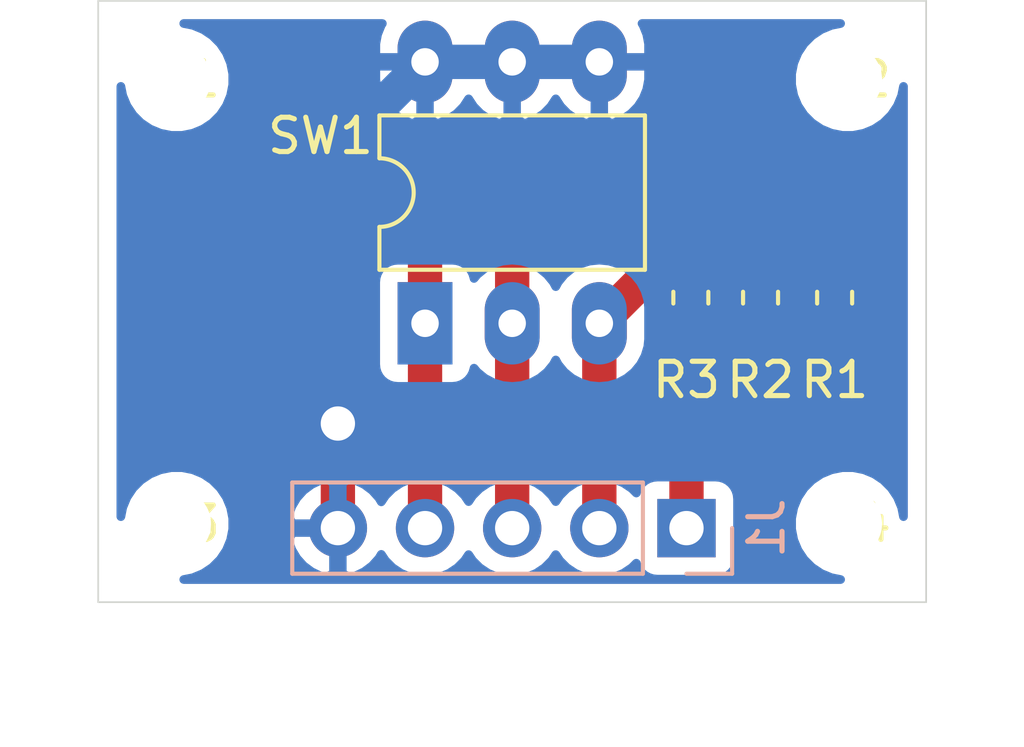
<source format=kicad_pcb>
(kicad_pcb (version 20171130) (host pcbnew "(5.1.5)-3")

  (general
    (thickness 1.6)
    (drawings 5)
    (tracks 25)
    (zones 0)
    (modules 9)
    (nets 6)
  )

  (page A4)
  (layers
    (0 F.Cu signal)
    (31 B.Cu signal)
    (32 B.Adhes user)
    (33 F.Adhes user)
    (34 B.Paste user)
    (35 F.Paste user)
    (36 B.SilkS user)
    (37 F.SilkS user)
    (38 B.Mask user)
    (39 F.Mask user)
    (40 Dwgs.User user)
    (41 Cmts.User user)
    (42 Eco1.User user)
    (43 Eco2.User user)
    (44 Edge.Cuts user)
    (45 Margin user)
    (46 B.CrtYd user)
    (47 F.CrtYd user)
    (48 B.Fab user)
    (49 F.Fab user)
  )

  (setup
    (last_trace_width 1)
    (trace_clearance 0.5)
    (zone_clearance 0.508)
    (zone_45_only no)
    (trace_min 0.2)
    (via_size 2.2)
    (via_drill 1)
    (via_min_size 0.4)
    (via_min_drill 0.3)
    (uvia_size 0.3)
    (uvia_drill 0.1)
    (uvias_allowed no)
    (uvia_min_size 0.2)
    (uvia_min_drill 0.1)
    (edge_width 0.05)
    (segment_width 0.2)
    (pcb_text_width 0.3)
    (pcb_text_size 1.5 1.5)
    (mod_edge_width 0.12)
    (mod_text_size 1 1)
    (mod_text_width 0.15)
    (pad_size 1.524 1.524)
    (pad_drill 0.762)
    (pad_to_mask_clearance 0.051)
    (solder_mask_min_width 0.25)
    (aux_axis_origin 0 0)
    (visible_elements 7FFFFFFF)
    (pcbplotparams
      (layerselection 0x010fc_ffffffff)
      (usegerberextensions false)
      (usegerberattributes false)
      (usegerberadvancedattributes false)
      (creategerberjobfile false)
      (excludeedgelayer true)
      (linewidth 0.100000)
      (plotframeref false)
      (viasonmask false)
      (mode 1)
      (useauxorigin false)
      (hpglpennumber 1)
      (hpglpenspeed 20)
      (hpglpendiameter 15.000000)
      (psnegative false)
      (psa4output false)
      (plotreference true)
      (plotvalue true)
      (plotinvisibletext false)
      (padsonsilk false)
      (subtractmaskfromsilk false)
      (outputformat 1)
      (mirror false)
      (drillshape 0)
      (scaleselection 1)
      (outputdirectory "gerber/"))
  )

  (net 0 "")
  (net 1 +5V)
  (net 2 /SW1)
  (net 3 /SW2)
  (net 4 /SW3)
  (net 5 GND)

  (net_class Default "This is the default net class."
    (clearance 0.5)
    (trace_width 1)
    (via_dia 2.2)
    (via_drill 1)
    (uvia_dia 0.3)
    (uvia_drill 0.1)
    (add_net +5V)
    (add_net /SW1)
    (add_net /SW2)
    (add_net /SW3)
    (add_net GND)
  )

  (module Resistor_SMD:R_0603_1608Metric_Pad1.05x0.95mm_HandSolder (layer F.Cu) (tedit 5B301BBD) (tstamp 5E12ABAA)
    (at 164.592 91.708 270)
    (descr "Resistor SMD 0603 (1608 Metric), square (rectangular) end terminal, IPC_7351 nominal with elongated pad for handsoldering. (Body size source: http://www.tortai-tech.com/upload/download/2011102023233369053.pdf), generated with kicad-footprint-generator")
    (tags "resistor handsolder")
    (path /5E1B8833)
    (attr smd)
    (fp_text reference R3 (at 2.399 0.127) (layer F.SilkS)
      (effects (font (size 1 1) (thickness 0.15)))
    )
    (fp_text value 1K (at 0 1.43 270) (layer F.Fab)
      (effects (font (size 1 1) (thickness 0.15)))
    )
    (fp_line (start -0.8 0.4) (end -0.8 -0.4) (layer F.Fab) (width 0.1))
    (fp_line (start -0.8 -0.4) (end 0.8 -0.4) (layer F.Fab) (width 0.1))
    (fp_line (start 0.8 -0.4) (end 0.8 0.4) (layer F.Fab) (width 0.1))
    (fp_line (start 0.8 0.4) (end -0.8 0.4) (layer F.Fab) (width 0.1))
    (fp_line (start -0.171267 -0.51) (end 0.171267 -0.51) (layer F.SilkS) (width 0.12))
    (fp_line (start -0.171267 0.51) (end 0.171267 0.51) (layer F.SilkS) (width 0.12))
    (fp_line (start -1.65 0.73) (end -1.65 -0.73) (layer F.CrtYd) (width 0.05))
    (fp_line (start -1.65 -0.73) (end 1.65 -0.73) (layer F.CrtYd) (width 0.05))
    (fp_line (start 1.65 -0.73) (end 1.65 0.73) (layer F.CrtYd) (width 0.05))
    (fp_line (start 1.65 0.73) (end -1.65 0.73) (layer F.CrtYd) (width 0.05))
    (fp_text user %R (at 0 0 270) (layer F.Fab)
      (effects (font (size 0.4 0.4) (thickness 0.06)))
    )
    (pad 1 smd roundrect (at -0.875 0 270) (size 1.05 0.95) (layers F.Cu F.Paste F.Mask) (roundrect_rratio 0.25)
      (net 4 /SW3))
    (pad 2 smd roundrect (at 0.875 0 270) (size 1.05 0.95) (layers F.Cu F.Paste F.Mask) (roundrect_rratio 0.25)
      (net 1 +5V))
    (model ${KISYS3DMOD}/Resistor_SMD.3dshapes/R_0603_1608Metric.wrl
      (at (xyz 0 0 0))
      (scale (xyz 1 1 1))
      (rotate (xyz 0 0 0))
    )
  )

  (module MountingHole:MountingHole_2mm (layer F.Cu) (tedit 5B924920) (tstamp 5E124408)
    (at 149.606 85.344)
    (descr "Mounting Hole 2mm, no annular")
    (tags "mounting hole 2mm no annular")
    (path /5E1BE700)
    (attr virtual)
    (fp_text reference H1 (at 0.254 0) (layer F.SilkS)
      (effects (font (size 1 1) (thickness 0.15)))
    )
    (fp_text value MountingHole (at 0 3.1) (layer F.Fab)
      (effects (font (size 1 1) (thickness 0.15)))
    )
    (fp_text user %R (at 0.3 0) (layer F.Fab)
      (effects (font (size 1 1) (thickness 0.15)))
    )
    (fp_circle (center 0 0) (end 2 0) (layer Cmts.User) (width 0.15))
    (fp_circle (center 0 0) (end 2.25 0) (layer F.CrtYd) (width 0.05))
    (pad "" np_thru_hole circle (at 0 0) (size 2 2) (drill 2) (layers *.Cu *.Mask))
  )

  (module MountingHole:MountingHole_2mm (layer F.Cu) (tedit 5B924920) (tstamp 5E124410)
    (at 169.164 85.344)
    (descr "Mounting Hole 2mm, no annular")
    (tags "mounting hole 2mm no annular")
    (path /5E1BF6EA)
    (attr virtual)
    (fp_text reference H2 (at 0.254 0) (layer F.SilkS)
      (effects (font (size 1 1) (thickness 0.15)))
    )
    (fp_text value MountingHole (at 0 3.1) (layer F.Fab)
      (effects (font (size 1 1) (thickness 0.15)))
    )
    (fp_text user %R (at 0.3 0) (layer F.Fab)
      (effects (font (size 1 1) (thickness 0.15)))
    )
    (fp_circle (center 0 0) (end 2 0) (layer Cmts.User) (width 0.15))
    (fp_circle (center 0 0) (end 2.25 0) (layer F.CrtYd) (width 0.05))
    (pad "" np_thru_hole circle (at 0 0) (size 2 2) (drill 2) (layers *.Cu *.Mask))
  )

  (module MountingHole:MountingHole_2mm (layer F.Cu) (tedit 5B924920) (tstamp 5E124418)
    (at 149.606 98.298)
    (descr "Mounting Hole 2mm, no annular")
    (tags "mounting hole 2mm no annular")
    (path /5E1BF35D)
    (attr virtual)
    (fp_text reference H3 (at 0.254 0) (layer F.SilkS)
      (effects (font (size 1 1) (thickness 0.15)))
    )
    (fp_text value MountingHole (at 0 3.1) (layer F.Fab)
      (effects (font (size 1 1) (thickness 0.15)))
    )
    (fp_circle (center 0 0) (end 2.25 0) (layer F.CrtYd) (width 0.05))
    (fp_circle (center 0 0) (end 2 0) (layer Cmts.User) (width 0.15))
    (fp_text user %R (at 0.3 0) (layer F.Fab)
      (effects (font (size 1 1) (thickness 0.15)))
    )
    (pad "" np_thru_hole circle (at 0 0) (size 2 2) (drill 2) (layers *.Cu *.Mask))
  )

  (module MountingHole:MountingHole_2mm (layer F.Cu) (tedit 5B924920) (tstamp 5E124420)
    (at 169.164 98.298)
    (descr "Mounting Hole 2mm, no annular")
    (tags "mounting hole 2mm no annular")
    (path /5E1BFA92)
    (attr virtual)
    (fp_text reference H4 (at 0.254 0) (layer F.SilkS)
      (effects (font (size 1 1) (thickness 0.15)))
    )
    (fp_text value MountingHole (at -0.762 4.064) (layer F.Fab)
      (effects (font (size 1 1) (thickness 0.15)))
    )
    (fp_circle (center 0 0) (end 2.25 0) (layer F.CrtYd) (width 0.05))
    (fp_circle (center 0 0) (end 2 0) (layer Cmts.User) (width 0.15))
    (fp_text user %R (at 0.3 0) (layer F.Fab)
      (effects (font (size 1 1) (thickness 0.15)))
    )
    (pad "" np_thru_hole circle (at 0 0) (size 2 2) (drill 2) (layers *.Cu *.Mask))
  )

  (module Connector_PinHeader_2.54mm:PinHeader_1x05_P2.54mm_Vertical (layer B.Cu) (tedit 59FED5CC) (tstamp 5E124439)
    (at 164.465 98.425 90)
    (descr "Through hole straight pin header, 1x05, 2.54mm pitch, single row")
    (tags "Through hole pin header THT 1x05 2.54mm single row")
    (path /5E1B4AC5)
    (fp_text reference J1 (at 0 2.33 270) (layer B.SilkS)
      (effects (font (size 1 1) (thickness 0.15)) (justify mirror))
    )
    (fp_text value PINOUT (at 0 -12.49 270) (layer B.Fab)
      (effects (font (size 1 1) (thickness 0.15)) (justify mirror))
    )
    (fp_line (start -0.635 1.27) (end 1.27 1.27) (layer B.Fab) (width 0.1))
    (fp_line (start 1.27 1.27) (end 1.27 -11.43) (layer B.Fab) (width 0.1))
    (fp_line (start 1.27 -11.43) (end -1.27 -11.43) (layer B.Fab) (width 0.1))
    (fp_line (start -1.27 -11.43) (end -1.27 0.635) (layer B.Fab) (width 0.1))
    (fp_line (start -1.27 0.635) (end -0.635 1.27) (layer B.Fab) (width 0.1))
    (fp_line (start -1.33 -11.49) (end 1.33 -11.49) (layer B.SilkS) (width 0.12))
    (fp_line (start -1.33 -1.27) (end -1.33 -11.49) (layer B.SilkS) (width 0.12))
    (fp_line (start 1.33 -1.27) (end 1.33 -11.49) (layer B.SilkS) (width 0.12))
    (fp_line (start -1.33 -1.27) (end 1.33 -1.27) (layer B.SilkS) (width 0.12))
    (fp_line (start -1.33 0) (end -1.33 1.33) (layer B.SilkS) (width 0.12))
    (fp_line (start -1.33 1.33) (end 0 1.33) (layer B.SilkS) (width 0.12))
    (fp_line (start -1.8 1.8) (end -1.8 -11.95) (layer B.CrtYd) (width 0.05))
    (fp_line (start -1.8 -11.95) (end 1.8 -11.95) (layer B.CrtYd) (width 0.05))
    (fp_line (start 1.8 -11.95) (end 1.8 1.8) (layer B.CrtYd) (width 0.05))
    (fp_line (start 1.8 1.8) (end -1.8 1.8) (layer B.CrtYd) (width 0.05))
    (fp_text user %R (at 0 -5.08) (layer B.Fab)
      (effects (font (size 1 1) (thickness 0.15)) (justify mirror))
    )
    (pad 1 thru_hole rect (at 0 0 90) (size 1.7 1.7) (drill 1) (layers *.Cu *.Mask)
      (net 1 +5V))
    (pad 2 thru_hole oval (at 0 -2.54 90) (size 1.7 1.7) (drill 1) (layers *.Cu *.Mask)
      (net 4 /SW3))
    (pad 3 thru_hole oval (at 0 -5.08 90) (size 1.7 1.7) (drill 1) (layers *.Cu *.Mask)
      (net 3 /SW2))
    (pad 4 thru_hole oval (at 0 -7.62 90) (size 1.7 1.7) (drill 1) (layers *.Cu *.Mask)
      (net 2 /SW1))
    (pad 5 thru_hole oval (at 0 -10.16 90) (size 1.7 1.7) (drill 1) (layers *.Cu *.Mask)
      (net 5 GND))
    (model ${KISYS3DMOD}/Connector_PinHeader_2.54mm.3dshapes/PinHeader_1x05_P2.54mm_Vertical.wrl
      (at (xyz 0 0 0))
      (scale (xyz 1 1 1))
      (rotate (xyz 0 0 0))
    )
  )

  (module Package_DIP:DIP-6_W7.62mm_LongPads (layer F.Cu) (tedit 5A02E8C5) (tstamp 5E124480)
    (at 156.845 92.456 90)
    (descr "6-lead though-hole mounted DIP package, row spacing 7.62 mm (300 mils), LongPads")
    (tags "THT DIP DIL PDIP 2.54mm 7.62mm 300mil LongPads")
    (path /5E1B7063)
    (fp_text reference SW1 (at 5.461 -3.048 180) (layer F.SilkS)
      (effects (font (size 1 1) (thickness 0.15)))
    )
    (fp_text value SW_DIP_x03 (at 3.81 7.41 90) (layer F.Fab)
      (effects (font (size 1 1) (thickness 0.15)))
    )
    (fp_arc (start 3.81 -1.33) (end 2.81 -1.33) (angle -180) (layer F.SilkS) (width 0.12))
    (fp_line (start 1.635 -1.27) (end 6.985 -1.27) (layer F.Fab) (width 0.1))
    (fp_line (start 6.985 -1.27) (end 6.985 6.35) (layer F.Fab) (width 0.1))
    (fp_line (start 6.985 6.35) (end 0.635 6.35) (layer F.Fab) (width 0.1))
    (fp_line (start 0.635 6.35) (end 0.635 -0.27) (layer F.Fab) (width 0.1))
    (fp_line (start 0.635 -0.27) (end 1.635 -1.27) (layer F.Fab) (width 0.1))
    (fp_line (start 2.81 -1.33) (end 1.56 -1.33) (layer F.SilkS) (width 0.12))
    (fp_line (start 1.56 -1.33) (end 1.56 6.41) (layer F.SilkS) (width 0.12))
    (fp_line (start 1.56 6.41) (end 6.06 6.41) (layer F.SilkS) (width 0.12))
    (fp_line (start 6.06 6.41) (end 6.06 -1.33) (layer F.SilkS) (width 0.12))
    (fp_line (start 6.06 -1.33) (end 4.81 -1.33) (layer F.SilkS) (width 0.12))
    (fp_line (start -1.45 -1.55) (end -1.45 6.6) (layer F.CrtYd) (width 0.05))
    (fp_line (start -1.45 6.6) (end 9.1 6.6) (layer F.CrtYd) (width 0.05))
    (fp_line (start 9.1 6.6) (end 9.1 -1.55) (layer F.CrtYd) (width 0.05))
    (fp_line (start 9.1 -1.55) (end -1.45 -1.55) (layer F.CrtYd) (width 0.05))
    (fp_text user %R (at 3.81 2.54 90) (layer F.Fab)
      (effects (font (size 1 1) (thickness 0.15)))
    )
    (pad 1 thru_hole rect (at 0 0 90) (size 2.4 1.6) (drill 0.8) (layers *.Cu *.Mask)
      (net 2 /SW1))
    (pad 4 thru_hole oval (at 7.62 5.08 90) (size 2.4 1.6) (drill 0.8) (layers *.Cu *.Mask)
      (net 5 GND))
    (pad 2 thru_hole oval (at 0 2.54 90) (size 2.4 1.6) (drill 0.8) (layers *.Cu *.Mask)
      (net 3 /SW2))
    (pad 5 thru_hole oval (at 7.62 2.54 90) (size 2.4 1.6) (drill 0.8) (layers *.Cu *.Mask)
      (net 5 GND))
    (pad 3 thru_hole oval (at 0 5.08 90) (size 2.4 1.6) (drill 0.8) (layers *.Cu *.Mask)
      (net 4 /SW3))
    (pad 6 thru_hole oval (at 7.62 0 90) (size 2.4 1.6) (drill 0.8) (layers *.Cu *.Mask)
      (net 5 GND))
    (model ${KISYS3DMOD}/Package_DIP.3dshapes/DIP-6_W7.62mm.wrl
      (at (xyz 0 0 0))
      (scale (xyz 1 1 1))
      (rotate (xyz 0 0 0))
    )
  )

  (module Resistor_SMD:R_0603_1608Metric_Pad1.05x0.95mm_HandSolder (layer F.Cu) (tedit 5B301BBD) (tstamp 5E12AB8A)
    (at 168.783 91.708 270)
    (descr "Resistor SMD 0603 (1608 Metric), square (rectangular) end terminal, IPC_7351 nominal with elongated pad for handsoldering. (Body size source: http://www.tortai-tech.com/upload/download/2011102023233369053.pdf), generated with kicad-footprint-generator")
    (tags "resistor handsolder")
    (path /5E1B7BCA)
    (attr smd)
    (fp_text reference R1 (at 2.399 0) (layer F.SilkS)
      (effects (font (size 1 1) (thickness 0.15)))
    )
    (fp_text value 1K (at 0 1.43 270) (layer F.Fab)
      (effects (font (size 1 1) (thickness 0.15)))
    )
    (fp_line (start -0.8 0.4) (end -0.8 -0.4) (layer F.Fab) (width 0.1))
    (fp_line (start -0.8 -0.4) (end 0.8 -0.4) (layer F.Fab) (width 0.1))
    (fp_line (start 0.8 -0.4) (end 0.8 0.4) (layer F.Fab) (width 0.1))
    (fp_line (start 0.8 0.4) (end -0.8 0.4) (layer F.Fab) (width 0.1))
    (fp_line (start -0.171267 -0.51) (end 0.171267 -0.51) (layer F.SilkS) (width 0.12))
    (fp_line (start -0.171267 0.51) (end 0.171267 0.51) (layer F.SilkS) (width 0.12))
    (fp_line (start -1.65 0.73) (end -1.65 -0.73) (layer F.CrtYd) (width 0.05))
    (fp_line (start -1.65 -0.73) (end 1.65 -0.73) (layer F.CrtYd) (width 0.05))
    (fp_line (start 1.65 -0.73) (end 1.65 0.73) (layer F.CrtYd) (width 0.05))
    (fp_line (start 1.65 0.73) (end -1.65 0.73) (layer F.CrtYd) (width 0.05))
    (fp_text user %R (at 0 0 270) (layer F.Fab)
      (effects (font (size 0.4 0.4) (thickness 0.06)))
    )
    (pad 1 smd roundrect (at -0.875 0 270) (size 1.05 0.95) (layers F.Cu F.Paste F.Mask) (roundrect_rratio 0.25)
      (net 2 /SW1))
    (pad 2 smd roundrect (at 0.875 0 270) (size 1.05 0.95) (layers F.Cu F.Paste F.Mask) (roundrect_rratio 0.25)
      (net 1 +5V))
    (model ${KISYS3DMOD}/Resistor_SMD.3dshapes/R_0603_1608Metric.wrl
      (at (xyz 0 0 0))
      (scale (xyz 1 1 1))
      (rotate (xyz 0 0 0))
    )
  )

  (module Resistor_SMD:R_0603_1608Metric_Pad1.05x0.95mm_HandSolder (layer F.Cu) (tedit 5B301BBD) (tstamp 5E12AB9A)
    (at 166.624 91.708 270)
    (descr "Resistor SMD 0603 (1608 Metric), square (rectangular) end terminal, IPC_7351 nominal with elongated pad for handsoldering. (Body size source: http://www.tortai-tech.com/upload/download/2011102023233369053.pdf), generated with kicad-footprint-generator")
    (tags "resistor handsolder")
    (path /5E1B8671)
    (attr smd)
    (fp_text reference R2 (at 2.399 0) (layer F.SilkS)
      (effects (font (size 1 1) (thickness 0.15)))
    )
    (fp_text value 1K (at 0 1.43 270) (layer F.Fab)
      (effects (font (size 1 1) (thickness 0.15)))
    )
    (fp_text user %R (at 0 0 270) (layer F.Fab)
      (effects (font (size 0.4 0.4) (thickness 0.06)))
    )
    (fp_line (start 1.65 0.73) (end -1.65 0.73) (layer F.CrtYd) (width 0.05))
    (fp_line (start 1.65 -0.73) (end 1.65 0.73) (layer F.CrtYd) (width 0.05))
    (fp_line (start -1.65 -0.73) (end 1.65 -0.73) (layer F.CrtYd) (width 0.05))
    (fp_line (start -1.65 0.73) (end -1.65 -0.73) (layer F.CrtYd) (width 0.05))
    (fp_line (start -0.171267 0.51) (end 0.171267 0.51) (layer F.SilkS) (width 0.12))
    (fp_line (start -0.171267 -0.51) (end 0.171267 -0.51) (layer F.SilkS) (width 0.12))
    (fp_line (start 0.8 0.4) (end -0.8 0.4) (layer F.Fab) (width 0.1))
    (fp_line (start 0.8 -0.4) (end 0.8 0.4) (layer F.Fab) (width 0.1))
    (fp_line (start -0.8 -0.4) (end 0.8 -0.4) (layer F.Fab) (width 0.1))
    (fp_line (start -0.8 0.4) (end -0.8 -0.4) (layer F.Fab) (width 0.1))
    (pad 2 smd roundrect (at 0.875 0 270) (size 1.05 0.95) (layers F.Cu F.Paste F.Mask) (roundrect_rratio 0.25)
      (net 1 +5V))
    (pad 1 smd roundrect (at -0.875 0 270) (size 1.05 0.95) (layers F.Cu F.Paste F.Mask) (roundrect_rratio 0.25)
      (net 3 /SW2))
    (model ${KISYS3DMOD}/Resistor_SMD.3dshapes/R_0603_1608Metric.wrl
      (at (xyz 0 0 0))
      (scale (xyz 1 1 1))
      (rotate (xyz 0 0 0))
    )
  )

  (dimension 24.13 (width 0.15) (layer F.Fab)
    (gr_text "24.130 mm" (at 159.385 105.44) (layer F.Fab)
      (effects (font (size 1 1) (thickness 0.15)))
    )
    (feature1 (pts (xy 171.45 100.584) (xy 171.45 104.726421)))
    (feature2 (pts (xy 147.32 100.584) (xy 147.32 104.726421)))
    (crossbar (pts (xy 147.32 104.14) (xy 171.45 104.14)))
    (arrow1a (pts (xy 171.45 104.14) (xy 170.323496 104.726421)))
    (arrow1b (pts (xy 171.45 104.14) (xy 170.323496 103.553579)))
    (arrow2a (pts (xy 147.32 104.14) (xy 148.446504 104.726421)))
    (arrow2b (pts (xy 147.32 104.14) (xy 148.446504 103.553579)))
  )
  (gr_line (start 171.45 83.058) (end 147.32 83.058) (layer Edge.Cuts) (width 0.05) (tstamp 5E124AB5))
  (gr_line (start 171.45 100.584) (end 171.45 83.058) (layer Edge.Cuts) (width 0.05))
  (gr_line (start 147.32 100.584) (end 171.45 100.584) (layer Edge.Cuts) (width 0.05))
  (gr_line (start 147.32 83.058) (end 147.32 100.584) (layer Edge.Cuts) (width 0.05))

  (segment (start 164.592 92.583) (end 166.624 92.583) (width 1) (layer F.Cu) (net 1))
  (segment (start 166.624 92.583) (end 168.783 92.583) (width 1) (layer F.Cu) (net 1))
  (segment (start 164.465 92.71) (end 164.592 92.583) (width 1) (layer F.Cu) (net 1))
  (segment (start 164.465 98.425) (end 164.465 92.71) (width 1) (layer F.Cu) (net 1))
  (segment (start 156.845 92.456) (end 156.845 98.425) (width 1) (layer F.Cu) (net 2))
  (segment (start 156.845 90.256) (end 156.845 92.456) (width 1) (layer F.Cu) (net 2))
  (segment (start 159.293019 87.807981) (end 156.845 90.256) (width 1) (layer F.Cu) (net 2))
  (segment (start 166.245315 87.807981) (end 159.293019 87.807981) (width 1) (layer F.Cu) (net 2))
  (segment (start 168.783 90.345666) (end 166.245315 87.807981) (width 1) (layer F.Cu) (net 2))
  (segment (start 168.783 90.833) (end 168.783 90.345666) (width 1) (layer F.Cu) (net 2))
  (segment (start 159.385 92.456) (end 159.385 98.425) (width 1) (layer F.Cu) (net 3))
  (segment (start 159.385 90.256) (end 159.385 92.456) (width 1) (layer F.Cu) (net 3))
  (segment (start 165.62399 89.30799) (end 160.33301 89.30799) (width 1) (layer F.Cu) (net 3))
  (segment (start 166.624 90.308) (end 165.62399 89.30799) (width 1) (layer F.Cu) (net 3))
  (segment (start 160.33301 89.30799) (end 159.385 90.256) (width 1) (layer F.Cu) (net 3))
  (segment (start 166.624 90.833) (end 166.624 90.308) (width 1) (layer F.Cu) (net 3))
  (segment (start 161.925 92.456) (end 161.925 98.425) (width 1) (layer F.Cu) (net 4))
  (segment (start 163.548 90.833) (end 161.925 92.456) (width 1) (layer F.Cu) (net 4))
  (segment (start 164.592 90.833) (end 163.548 90.833) (width 1) (layer F.Cu) (net 4))
  (segment (start 156.845 84.836) (end 159.385 84.836) (width 1) (layer B.Cu) (net 5))
  (segment (start 159.385 84.836) (end 161.925 84.836) (width 1) (layer B.Cu) (net 5))
  (segment (start 154.305 87.376) (end 156.845 84.836) (width 1) (layer B.Cu) (net 5))
  (segment (start 154.305 89.027) (end 154.305 87.376) (width 1) (layer B.Cu) (net 5))
  (via (at 154.305 95.377) (size 2.2) (drill 1) (layers F.Cu B.Cu) (net 5))
  (segment (start 154.305 98.425) (end 154.305 95.377) (width 1) (layer F.Cu) (net 5))

  (zone (net 5) (net_name GND) (layer B.Cu) (tstamp 0) (hatch edge 0.508)
    (connect_pads (clearance 0.508))
    (min_thickness 0.254)
    (fill yes (arc_segments 32) (thermal_gap 0.508) (thermal_bridge_width 0.508))
    (polygon
      (pts
        (xy 171.45 100.584) (xy 147.32 100.584) (xy 147.32 83.058) (xy 171.45 83.058)
      )
    )
    (filled_polygon
      (pts
        (xy 155.567834 83.769517) (xy 155.46235 84.031486) (xy 155.41 84.309) (xy 155.41 84.709) (xy 156.718 84.709)
        (xy 156.718 84.689) (xy 156.972 84.689) (xy 156.972 84.709) (xy 159.258 84.709) (xy 159.258 84.689)
        (xy 159.512 84.689) (xy 159.512 84.709) (xy 161.798 84.709) (xy 161.798 84.689) (xy 162.052 84.689)
        (xy 162.052 84.709) (xy 163.36 84.709) (xy 163.36 84.309) (xy 163.30765 84.031486) (xy 163.202166 83.769517)
        (xy 163.168476 83.718) (xy 168.957721 83.718) (xy 168.687088 83.771832) (xy 168.389537 83.895082) (xy 168.121748 84.074013)
        (xy 167.894013 84.301748) (xy 167.715082 84.569537) (xy 167.591832 84.867088) (xy 167.529 85.182967) (xy 167.529 85.505033)
        (xy 167.591832 85.820912) (xy 167.715082 86.118463) (xy 167.894013 86.386252) (xy 168.121748 86.613987) (xy 168.389537 86.792918)
        (xy 168.687088 86.916168) (xy 169.002967 86.979) (xy 169.325033 86.979) (xy 169.640912 86.916168) (xy 169.938463 86.792918)
        (xy 170.206252 86.613987) (xy 170.433987 86.386252) (xy 170.612918 86.118463) (xy 170.736168 85.820912) (xy 170.790001 85.550275)
        (xy 170.79 98.091721) (xy 170.736168 97.821088) (xy 170.612918 97.523537) (xy 170.433987 97.255748) (xy 170.206252 97.028013)
        (xy 169.938463 96.849082) (xy 169.640912 96.725832) (xy 169.325033 96.663) (xy 169.002967 96.663) (xy 168.687088 96.725832)
        (xy 168.389537 96.849082) (xy 168.121748 97.028013) (xy 167.894013 97.255748) (xy 167.715082 97.523537) (xy 167.591832 97.821088)
        (xy 167.529 98.136967) (xy 167.529 98.459033) (xy 167.591832 98.774912) (xy 167.715082 99.072463) (xy 167.894013 99.340252)
        (xy 168.121748 99.567987) (xy 168.389537 99.746918) (xy 168.687088 99.870168) (xy 168.957721 99.924) (xy 149.812279 99.924)
        (xy 150.082912 99.870168) (xy 150.380463 99.746918) (xy 150.648252 99.567987) (xy 150.875987 99.340252) (xy 151.054918 99.072463)
        (xy 151.175277 98.781891) (xy 152.863519 98.781891) (xy 152.960843 99.056252) (xy 153.109822 99.306355) (xy 153.304731 99.522588)
        (xy 153.53808 99.696641) (xy 153.800901 99.821825) (xy 153.94811 99.866476) (xy 154.178 99.745155) (xy 154.178 98.552)
        (xy 152.984186 98.552) (xy 152.863519 98.781891) (xy 151.175277 98.781891) (xy 151.178168 98.774912) (xy 151.241 98.459033)
        (xy 151.241 98.136967) (xy 151.227304 98.068109) (xy 152.863519 98.068109) (xy 152.984186 98.298) (xy 154.178 98.298)
        (xy 154.178 97.104845) (xy 154.432 97.104845) (xy 154.432 98.298) (xy 154.452 98.298) (xy 154.452 98.552)
        (xy 154.432 98.552) (xy 154.432 99.745155) (xy 154.66189 99.866476) (xy 154.809099 99.821825) (xy 155.07192 99.696641)
        (xy 155.305269 99.522588) (xy 155.500178 99.306355) (xy 155.569805 99.189466) (xy 155.691525 99.371632) (xy 155.898368 99.578475)
        (xy 156.141589 99.74099) (xy 156.411842 99.852932) (xy 156.69874 99.91) (xy 156.99126 99.91) (xy 157.278158 99.852932)
        (xy 157.548411 99.74099) (xy 157.791632 99.578475) (xy 157.998475 99.371632) (xy 158.115 99.19724) (xy 158.231525 99.371632)
        (xy 158.438368 99.578475) (xy 158.681589 99.74099) (xy 158.951842 99.852932) (xy 159.23874 99.91) (xy 159.53126 99.91)
        (xy 159.818158 99.852932) (xy 160.088411 99.74099) (xy 160.331632 99.578475) (xy 160.538475 99.371632) (xy 160.655 99.19724)
        (xy 160.771525 99.371632) (xy 160.978368 99.578475) (xy 161.221589 99.74099) (xy 161.491842 99.852932) (xy 161.77874 99.91)
        (xy 162.07126 99.91) (xy 162.358158 99.852932) (xy 162.628411 99.74099) (xy 162.871632 99.578475) (xy 163.003487 99.44662)
        (xy 163.025498 99.51918) (xy 163.084463 99.629494) (xy 163.163815 99.726185) (xy 163.260506 99.805537) (xy 163.37082 99.864502)
        (xy 163.490518 99.900812) (xy 163.615 99.913072) (xy 165.315 99.913072) (xy 165.439482 99.900812) (xy 165.55918 99.864502)
        (xy 165.669494 99.805537) (xy 165.766185 99.726185) (xy 165.845537 99.629494) (xy 165.904502 99.51918) (xy 165.940812 99.399482)
        (xy 165.953072 99.275) (xy 165.953072 97.575) (xy 165.940812 97.450518) (xy 165.904502 97.33082) (xy 165.845537 97.220506)
        (xy 165.766185 97.123815) (xy 165.669494 97.044463) (xy 165.55918 96.985498) (xy 165.439482 96.949188) (xy 165.315 96.936928)
        (xy 163.615 96.936928) (xy 163.490518 96.949188) (xy 163.37082 96.985498) (xy 163.260506 97.044463) (xy 163.163815 97.123815)
        (xy 163.084463 97.220506) (xy 163.025498 97.33082) (xy 163.003487 97.40338) (xy 162.871632 97.271525) (xy 162.628411 97.10901)
        (xy 162.358158 96.997068) (xy 162.07126 96.94) (xy 161.77874 96.94) (xy 161.491842 96.997068) (xy 161.221589 97.10901)
        (xy 160.978368 97.271525) (xy 160.771525 97.478368) (xy 160.655 97.65276) (xy 160.538475 97.478368) (xy 160.331632 97.271525)
        (xy 160.088411 97.10901) (xy 159.818158 96.997068) (xy 159.53126 96.94) (xy 159.23874 96.94) (xy 158.951842 96.997068)
        (xy 158.681589 97.10901) (xy 158.438368 97.271525) (xy 158.231525 97.478368) (xy 158.115 97.65276) (xy 157.998475 97.478368)
        (xy 157.791632 97.271525) (xy 157.548411 97.10901) (xy 157.278158 96.997068) (xy 156.99126 96.94) (xy 156.69874 96.94)
        (xy 156.411842 96.997068) (xy 156.141589 97.10901) (xy 155.898368 97.271525) (xy 155.691525 97.478368) (xy 155.569805 97.660534)
        (xy 155.500178 97.543645) (xy 155.305269 97.327412) (xy 155.07192 97.153359) (xy 154.809099 97.028175) (xy 154.66189 96.983524)
        (xy 154.432 97.104845) (xy 154.178 97.104845) (xy 153.94811 96.983524) (xy 153.800901 97.028175) (xy 153.53808 97.153359)
        (xy 153.304731 97.327412) (xy 153.109822 97.543645) (xy 152.960843 97.793748) (xy 152.863519 98.068109) (xy 151.227304 98.068109)
        (xy 151.178168 97.821088) (xy 151.054918 97.523537) (xy 150.875987 97.255748) (xy 150.648252 97.028013) (xy 150.380463 96.849082)
        (xy 150.082912 96.725832) (xy 149.767033 96.663) (xy 149.444967 96.663) (xy 149.129088 96.725832) (xy 148.831537 96.849082)
        (xy 148.563748 97.028013) (xy 148.336013 97.255748) (xy 148.157082 97.523537) (xy 148.033832 97.821088) (xy 147.98 98.091721)
        (xy 147.98 91.256) (xy 155.406928 91.256) (xy 155.406928 93.656) (xy 155.419188 93.780482) (xy 155.455498 93.90018)
        (xy 155.514463 94.010494) (xy 155.593815 94.107185) (xy 155.690506 94.186537) (xy 155.80082 94.245502) (xy 155.920518 94.281812)
        (xy 156.045 94.294072) (xy 157.645 94.294072) (xy 157.769482 94.281812) (xy 157.88918 94.245502) (xy 157.999494 94.186537)
        (xy 158.096185 94.107185) (xy 158.175537 94.010494) (xy 158.234502 93.90018) (xy 158.270812 93.780482) (xy 158.272581 93.762517)
        (xy 158.365393 93.875608) (xy 158.5839 94.054932) (xy 158.833193 94.188182) (xy 159.103692 94.270236) (xy 159.385 94.297943)
        (xy 159.666309 94.270236) (xy 159.936808 94.188182) (xy 160.186101 94.054932) (xy 160.404608 93.875608) (xy 160.583932 93.657101)
        (xy 160.655 93.524142) (xy 160.726068 93.657101) (xy 160.905393 93.875608) (xy 161.1239 94.054932) (xy 161.373193 94.188182)
        (xy 161.643692 94.270236) (xy 161.925 94.297943) (xy 162.206309 94.270236) (xy 162.476808 94.188182) (xy 162.726101 94.054932)
        (xy 162.944608 93.875608) (xy 163.123932 93.657101) (xy 163.257182 93.407808) (xy 163.339236 93.137309) (xy 163.36 92.926491)
        (xy 163.36 91.985508) (xy 163.339236 91.774691) (xy 163.257182 91.504192) (xy 163.123932 91.254899) (xy 162.944607 91.036392)
        (xy 162.7261 90.857068) (xy 162.476807 90.723818) (xy 162.206308 90.641764) (xy 161.925 90.614057) (xy 161.643691 90.641764)
        (xy 161.373192 90.723818) (xy 161.123899 90.857068) (xy 160.905392 91.036393) (xy 160.726068 91.2549) (xy 160.655 91.387858)
        (xy 160.583932 91.254899) (xy 160.404607 91.036392) (xy 160.1861 90.857068) (xy 159.936807 90.723818) (xy 159.666308 90.641764)
        (xy 159.385 90.614057) (xy 159.103691 90.641764) (xy 158.833192 90.723818) (xy 158.583899 90.857068) (xy 158.365392 91.036393)
        (xy 158.272581 91.149483) (xy 158.270812 91.131518) (xy 158.234502 91.01182) (xy 158.175537 90.901506) (xy 158.096185 90.804815)
        (xy 157.999494 90.725463) (xy 157.88918 90.666498) (xy 157.769482 90.630188) (xy 157.645 90.617928) (xy 156.045 90.617928)
        (xy 155.920518 90.630188) (xy 155.80082 90.666498) (xy 155.690506 90.725463) (xy 155.593815 90.804815) (xy 155.514463 90.901506)
        (xy 155.455498 91.01182) (xy 155.419188 91.131518) (xy 155.406928 91.256) (xy 147.98 91.256) (xy 147.98 85.550279)
        (xy 148.033832 85.820912) (xy 148.157082 86.118463) (xy 148.336013 86.386252) (xy 148.563748 86.613987) (xy 148.831537 86.792918)
        (xy 149.129088 86.916168) (xy 149.444967 86.979) (xy 149.767033 86.979) (xy 150.082912 86.916168) (xy 150.380463 86.792918)
        (xy 150.648252 86.613987) (xy 150.875987 86.386252) (xy 151.054918 86.118463) (xy 151.178168 85.820912) (xy 151.241 85.505033)
        (xy 151.241 85.182967) (xy 151.197247 84.963) (xy 155.41 84.963) (xy 155.41 85.363) (xy 155.46235 85.640514)
        (xy 155.567834 85.902483) (xy 155.722399 86.138839) (xy 155.920105 86.3405) (xy 156.153354 86.499715) (xy 156.413182 86.610367)
        (xy 156.495961 86.627904) (xy 156.718 86.505915) (xy 156.718 84.963) (xy 156.972 84.963) (xy 156.972 86.505915)
        (xy 157.194039 86.627904) (xy 157.276818 86.610367) (xy 157.536646 86.499715) (xy 157.769895 86.3405) (xy 157.967601 86.138839)
        (xy 158.115 85.913441) (xy 158.262399 86.138839) (xy 158.460105 86.3405) (xy 158.693354 86.499715) (xy 158.953182 86.610367)
        (xy 159.035961 86.627904) (xy 159.258 86.505915) (xy 159.258 84.963) (xy 159.512 84.963) (xy 159.512 86.505915)
        (xy 159.734039 86.627904) (xy 159.816818 86.610367) (xy 160.076646 86.499715) (xy 160.309895 86.3405) (xy 160.507601 86.138839)
        (xy 160.655 85.913441) (xy 160.802399 86.138839) (xy 161.000105 86.3405) (xy 161.233354 86.499715) (xy 161.493182 86.610367)
        (xy 161.575961 86.627904) (xy 161.798 86.505915) (xy 161.798 84.963) (xy 162.052 84.963) (xy 162.052 86.505915)
        (xy 162.274039 86.627904) (xy 162.356818 86.610367) (xy 162.616646 86.499715) (xy 162.849895 86.3405) (xy 163.047601 86.138839)
        (xy 163.202166 85.902483) (xy 163.30765 85.640514) (xy 163.36 85.363) (xy 163.36 84.963) (xy 162.052 84.963)
        (xy 161.798 84.963) (xy 159.512 84.963) (xy 159.258 84.963) (xy 156.972 84.963) (xy 156.718 84.963)
        (xy 155.41 84.963) (xy 151.197247 84.963) (xy 151.178168 84.867088) (xy 151.054918 84.569537) (xy 150.875987 84.301748)
        (xy 150.648252 84.074013) (xy 150.380463 83.895082) (xy 150.082912 83.771832) (xy 149.812279 83.718) (xy 155.601524 83.718)
      )
    )
  )
)

</source>
